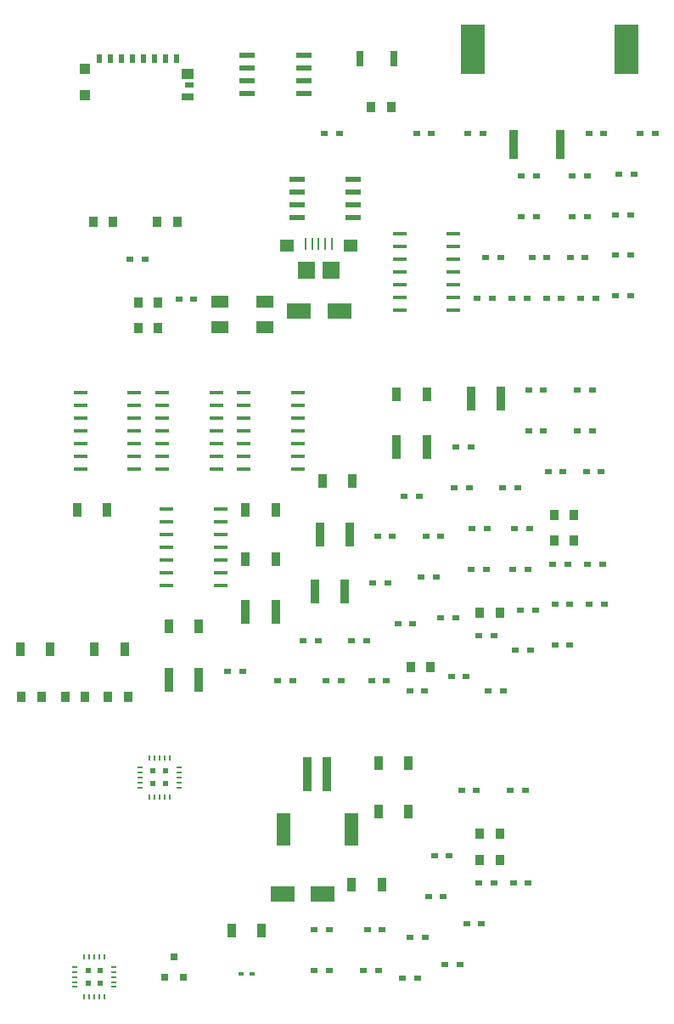
<source format=gtp>
%TF.GenerationSoftware,KiCad,Pcbnew,4.0.5-e0-6337~49~ubuntu16.04.1*%
%TF.CreationDate,2017-07-27T13:02:09-07:00*%
%TF.ProjectId,mcphail-main-board,6D63706861696C2D6D61696E2D626F61,1.0*%
%TF.FileFunction,Paste,Top*%
%FSLAX46Y46*%
G04 Gerber Fmt 4.6, Leading zero omitted, Abs format (unit mm)*
G04 Created by KiCad (PCBNEW 4.0.5-e0-6337~49~ubuntu16.04.1) date Thu Jul 27 13:02:09 2017*
%MOMM*%
%LPD*%
G01*
G04 APERTURE LIST*
%ADD10C,0.350000*%
%ADD11R,2.347600X4.947600*%
%ADD12R,0.847600X1.447600*%
%ADD13R,0.647600X0.597600*%
%ADD14R,0.847600X1.097600*%
%ADD15R,0.847600X2.347600*%
%ADD16R,2.346960X1.648460*%
%ADD17R,0.847600X2.847600*%
%ADD18R,1.247600X0.747600*%
%ADD19R,1.047600X0.997600*%
%ADD20R,1.297600X1.047600*%
%ADD21R,0.547600X0.847600*%
%ADD22R,0.847600X0.547600*%
%ADD23R,0.247600X1.197600*%
%ADD24R,1.447600X1.247600*%
%ADD25R,1.747600X1.747600*%
%ADD26R,0.847600X3.347600*%
%ADD27R,1.447600X3.247600*%
%ADD28R,0.549200X0.449200*%
%ADD29R,0.647600X1.547600*%
%ADD30R,1.347600X0.447600*%
%ADD31R,1.597600X0.497600*%
%ADD32R,0.577600X0.147600*%
%ADD33R,0.147600X0.577600*%
%ADD34R,0.597600X0.597600*%
%ADD35R,0.647700X0.647700*%
%ADD36R,1.752600X1.244600*%
G04 APERTURE END LIST*
D10*
D11*
X111514321Y-24345389D03*
X96214321Y-24345389D03*
D12*
X65899001Y-81849001D03*
X68899001Y-81849001D03*
D13*
X94503524Y-63989001D03*
X96003524Y-63989001D03*
D14*
X104309001Y-70705001D03*
X106309001Y-70705001D03*
D13*
X96037333Y-76139001D03*
X97537333Y-76139001D03*
D15*
X80949001Y-72689001D03*
X83949001Y-72689001D03*
D12*
X73539001Y-75119001D03*
X76539001Y-75119001D03*
D13*
X100207333Y-76139001D03*
X101707333Y-76139001D03*
D14*
X90019001Y-85905001D03*
X92019001Y-85905001D03*
D13*
X89353524Y-68839001D03*
X90853524Y-68839001D03*
D12*
X81209001Y-67389001D03*
X84209001Y-67389001D03*
D13*
X92987333Y-80989001D03*
X94487333Y-80989001D03*
D12*
X58489001Y-84149001D03*
X61489001Y-84149001D03*
D14*
X96899001Y-80455001D03*
X98899001Y-80455001D03*
D15*
X88619001Y-63989001D03*
X91619001Y-63989001D03*
X65899001Y-87149001D03*
X68899001Y-87149001D03*
X73539001Y-80419001D03*
X76539001Y-80419001D03*
D13*
X100397333Y-72089001D03*
X101897333Y-72089001D03*
D15*
X80469001Y-78389001D03*
X83469001Y-78389001D03*
D12*
X51079001Y-84149001D03*
X54079001Y-84149001D03*
X88619001Y-58689001D03*
X91619001Y-58689001D03*
D15*
X96029001Y-59139001D03*
X99029001Y-59139001D03*
D12*
X56759001Y-70269001D03*
X59759001Y-70269001D03*
X73539001Y-70269001D03*
X76539001Y-70269001D03*
D14*
X59807333Y-88865001D03*
X61807333Y-88865001D03*
D13*
X71783524Y-86299001D03*
X73283524Y-86299001D03*
X86107333Y-87289001D03*
X87607333Y-87289001D03*
X103707333Y-66389001D03*
X105207333Y-66389001D03*
D14*
X104309001Y-73295001D03*
X106309001Y-73295001D03*
D13*
X106153524Y-36969001D03*
X107653524Y-36969001D03*
D14*
X62827333Y-49535001D03*
X64827333Y-49535001D03*
D13*
X90603524Y-32719001D03*
X92103524Y-32719001D03*
X102117333Y-45069001D03*
X103617333Y-45069001D03*
D14*
X62819001Y-52125001D03*
X64819001Y-52125001D03*
D13*
X110797333Y-36769001D03*
X112297333Y-36769001D03*
X101033524Y-41019001D03*
X102533524Y-41019001D03*
X107783524Y-32719001D03*
X109283524Y-32719001D03*
X112903524Y-32719001D03*
X114403524Y-32719001D03*
X106153524Y-41019001D03*
X107653524Y-41019001D03*
X110439001Y-44869001D03*
X111939001Y-44869001D03*
X97473524Y-45069001D03*
X98973524Y-45069001D03*
X106989001Y-49119001D03*
X108489001Y-49119001D03*
D12*
X86789001Y-100279001D03*
X89789001Y-100279001D03*
X86789001Y-95429001D03*
X89789001Y-95429001D03*
X72129001Y-112159001D03*
X75129001Y-112159001D03*
X84119001Y-107609001D03*
X87119001Y-107609001D03*
D13*
X85683524Y-112059001D03*
X87183524Y-112059001D03*
X91787333Y-108779001D03*
X93287333Y-108779001D03*
D14*
X96889001Y-102515001D03*
X98889001Y-102515001D03*
X96889001Y-105105001D03*
X98889001Y-105105001D03*
D13*
X95723524Y-32719001D03*
X97223524Y-32719001D03*
X101033524Y-36969001D03*
X102533524Y-36969001D03*
D16*
X78890021Y-50439001D03*
X82887981Y-50439001D03*
D13*
X81388762Y-32719001D03*
X82888762Y-32719001D03*
X62038762Y-45219001D03*
X63538762Y-45219001D03*
D16*
X77270021Y-108459001D03*
X81267981Y-108459001D03*
D17*
X100299001Y-33819001D03*
X104899001Y-33819001D03*
D18*
X67760401Y-29059001D03*
D19*
X57495501Y-28922501D03*
D20*
X67735401Y-26759001D03*
D19*
X57495501Y-26322501D03*
D21*
X60095501Y-25282501D03*
X58995501Y-25282501D03*
X61195501Y-25282501D03*
X62295501Y-25282501D03*
X63395501Y-25282501D03*
X66695501Y-25282501D03*
X65595501Y-25282501D03*
X64495501Y-25282501D03*
D22*
X67960401Y-27909001D03*
D23*
X79539001Y-43690201D03*
X80189001Y-43690201D03*
X80838101Y-43690201D03*
X81489001Y-43690201D03*
X82139001Y-43690201D03*
D24*
X77639001Y-43915201D03*
D25*
X79639001Y-46365201D03*
X82039001Y-46365201D03*
D24*
X84039001Y-43915201D03*
D26*
X79689401Y-96554001D03*
X81689401Y-96554001D03*
D27*
X77289401Y-102104001D03*
X84089401Y-102104001D03*
D14*
X58336381Y-41525001D03*
X60336381Y-41525001D03*
X64746381Y-41525001D03*
X66746381Y-41525001D03*
X86076381Y-30095001D03*
X88076381Y-30095001D03*
D13*
X95076381Y-98191001D03*
X96576381Y-98191001D03*
X80416381Y-112071001D03*
X81916381Y-112071001D03*
X80416381Y-116141001D03*
X81916381Y-116141001D03*
X107659001Y-75619001D03*
X109159001Y-75619001D03*
X86690666Y-72889001D03*
X88190666Y-72889001D03*
X96132571Y-72089001D03*
X97632571Y-72089001D03*
X88722571Y-81589001D03*
X90222571Y-81589001D03*
X94360666Y-68039001D03*
X95860666Y-68039001D03*
X91050666Y-76939001D03*
X92550666Y-76939001D03*
X107519001Y-66389001D03*
X109019001Y-66389001D03*
X106610666Y-62339001D03*
X108110666Y-62339001D03*
X101770666Y-62339001D03*
X103270666Y-62339001D03*
X100949001Y-80189001D03*
X102449001Y-80189001D03*
X91530666Y-72889001D03*
X93030666Y-72889001D03*
X106610666Y-58289001D03*
X108110666Y-58289001D03*
X89919001Y-88229001D03*
X91419001Y-88229001D03*
X104209001Y-75619001D03*
X105709001Y-75619001D03*
X79280666Y-83239001D03*
X80780666Y-83239001D03*
X101770666Y-58289001D03*
X103270666Y-58289001D03*
X104399001Y-83719001D03*
X105899001Y-83719001D03*
X94069001Y-86829001D03*
X95569001Y-86829001D03*
X107849001Y-79669001D03*
X109349001Y-79669001D03*
D14*
X51182571Y-88865001D03*
X53182571Y-88865001D03*
X55542571Y-88865001D03*
X57542571Y-88865001D03*
D13*
X97734476Y-88289001D03*
X99234476Y-88289001D03*
X76760666Y-87289001D03*
X78260666Y-87289001D03*
X104399001Y-79669001D03*
X105899001Y-79669001D03*
X84120666Y-83239001D03*
X85620666Y-83239001D03*
X100464476Y-84239001D03*
X101964476Y-84239001D03*
X99200666Y-68039001D03*
X100700666Y-68039001D03*
X96799001Y-82779001D03*
X98299001Y-82779001D03*
X81600666Y-87289001D03*
X83100666Y-87289001D03*
X86210666Y-77539001D03*
X87710666Y-77539001D03*
X66889001Y-49269001D03*
X68389001Y-49269001D03*
X96639001Y-49119001D03*
X98139001Y-49119001D03*
X100089001Y-49119001D03*
X101589001Y-49119001D03*
X110439001Y-40819001D03*
X111939001Y-40819001D03*
X105929001Y-45069001D03*
X107429001Y-45069001D03*
X103539001Y-49119001D03*
X105039001Y-49119001D03*
X110439001Y-48919001D03*
X111939001Y-48919001D03*
X92382571Y-104729001D03*
X93882571Y-104729001D03*
X89209001Y-116879001D03*
X90709001Y-116879001D03*
X100239001Y-107429001D03*
X101739001Y-107429001D03*
X93419001Y-115529001D03*
X94919001Y-115529001D03*
D28*
X73062095Y-116469000D03*
X74162095Y-116469000D03*
D13*
X95599001Y-111479001D03*
X97099001Y-111479001D03*
X99962571Y-98179001D03*
X101462571Y-98179001D03*
X89969001Y-112829001D03*
X91469001Y-112829001D03*
X85302571Y-116109001D03*
X86802571Y-116109001D03*
X96789001Y-107429001D03*
X98289001Y-107429001D03*
D29*
X88311001Y-25233001D03*
X84911001Y-25233001D03*
D30*
X65689401Y-70109401D03*
X65689401Y-71379401D03*
X65689401Y-72649401D03*
X65689401Y-73919401D03*
X65689401Y-75189401D03*
X65689401Y-76459401D03*
X65689401Y-77729401D03*
X71089401Y-77729401D03*
X71089401Y-76459401D03*
X71089401Y-75189401D03*
X71089401Y-73919401D03*
X71089401Y-72649401D03*
X71089401Y-71379401D03*
X71089401Y-70109401D03*
X57059401Y-58529401D03*
X57059401Y-59799401D03*
X57059401Y-61069401D03*
X57059401Y-62339401D03*
X57059401Y-63609401D03*
X57059401Y-64879401D03*
X57059401Y-66149401D03*
X62459401Y-66149401D03*
X62459401Y-64879401D03*
X62459401Y-63609401D03*
X62459401Y-62339401D03*
X62459401Y-61069401D03*
X62459401Y-59799401D03*
X62459401Y-58529401D03*
X73359401Y-58529401D03*
X73359401Y-59799401D03*
X73359401Y-61069401D03*
X73359401Y-62339401D03*
X73359401Y-63609401D03*
X73359401Y-64879401D03*
X73359401Y-66149401D03*
X78759401Y-66149401D03*
X78759401Y-64879401D03*
X78759401Y-63609401D03*
X78759401Y-62339401D03*
X78759401Y-61069401D03*
X78759401Y-59799401D03*
X78759401Y-58529401D03*
X65209401Y-58529401D03*
X65209401Y-59799401D03*
X65209401Y-61069401D03*
X65209401Y-62339401D03*
X65209401Y-63609401D03*
X65209401Y-64879401D03*
X65209401Y-66149401D03*
X70609401Y-66149401D03*
X70609401Y-64879401D03*
X70609401Y-63609401D03*
X70609401Y-62339401D03*
X70609401Y-61069401D03*
X70609401Y-59799401D03*
X70609401Y-58529401D03*
X88889401Y-42719401D03*
X88889401Y-43989401D03*
X88889401Y-45259401D03*
X88889401Y-46529401D03*
X88889401Y-47799401D03*
X88889401Y-49069401D03*
X88889401Y-50339401D03*
X94289401Y-50339401D03*
X94289401Y-49069401D03*
X94289401Y-47799401D03*
X94289401Y-46529401D03*
X94289401Y-45259401D03*
X94289401Y-43989401D03*
X94289401Y-42719401D03*
D31*
X73729238Y-24965004D03*
X73729238Y-26235004D03*
X73729238Y-27505004D03*
X73729238Y-28775004D03*
X79329238Y-28775004D03*
X79329238Y-27505004D03*
X79329238Y-26235004D03*
X79329238Y-24965004D03*
X78695905Y-37275004D03*
X78695905Y-38545004D03*
X78695905Y-39815004D03*
X78695905Y-41085004D03*
X84295905Y-41085004D03*
X84295905Y-39815004D03*
X84295905Y-38545004D03*
X84295905Y-37275004D03*
D32*
X56491381Y-115769001D03*
X56491381Y-116269001D03*
X56491381Y-116769001D03*
X56491381Y-117269001D03*
X56491381Y-117769001D03*
D33*
X57456381Y-118734001D03*
X57956381Y-118734001D03*
X58456381Y-118734001D03*
X58956381Y-118734001D03*
X59456381Y-118734001D03*
D32*
X60421381Y-117769001D03*
X60421381Y-117269001D03*
X60421381Y-116769001D03*
X60421381Y-116269001D03*
X60421381Y-115769001D03*
D33*
X59456381Y-114804001D03*
X58956381Y-114804001D03*
X58456381Y-114804001D03*
X57956381Y-114804001D03*
X57456381Y-114804001D03*
D34*
X59081381Y-117394001D03*
X59081381Y-116144001D03*
X57831381Y-117394001D03*
X57831381Y-116144001D03*
D32*
X62991381Y-95879001D03*
X62991381Y-96379001D03*
X62991381Y-96879001D03*
X62991381Y-97379001D03*
X62991381Y-97879001D03*
D33*
X63956381Y-98844001D03*
X64456381Y-98844001D03*
X64956381Y-98844001D03*
X65456381Y-98844001D03*
X65956381Y-98844001D03*
D32*
X66921381Y-97879001D03*
X66921381Y-97379001D03*
X66921381Y-96879001D03*
X66921381Y-96379001D03*
X66921381Y-95879001D03*
D33*
X65956381Y-94914001D03*
X65456381Y-94914001D03*
X64956381Y-94914001D03*
X64456381Y-94914001D03*
X63956381Y-94914001D03*
D34*
X65581381Y-97504001D03*
X65581381Y-96254001D03*
X64331381Y-97504001D03*
X64331381Y-96254001D03*
D35*
X65440190Y-116769761D03*
X67340190Y-116769761D03*
X66390190Y-114770781D03*
D36*
X75459401Y-49505801D03*
X70989001Y-49505801D03*
X75459401Y-51995001D03*
X70989001Y-51995001D03*
M02*

</source>
